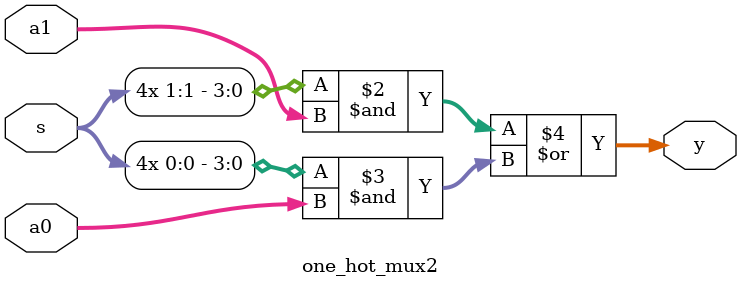
<source format=sv>
module one_hot_mux2
#(
  parameter W = 4
)
(
  input logic [1 : 0] s,
  input logic [W - 1 : 0] a0, a1,
  output logic [W - 1 : 0] y
);

  always_comb begin
    y = ({W{s[1]}} & a1) | ({W{s[0]}} & a0);
  end
endmodule

</source>
